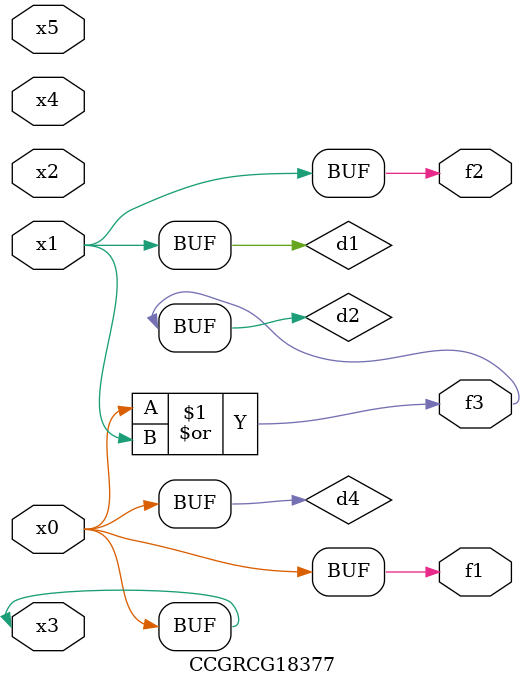
<source format=v>
module CCGRCG18377(
	input x0, x1, x2, x3, x4, x5,
	output f1, f2, f3
);

	wire d1, d2, d3, d4;

	and (d1, x1);
	or (d2, x0, x1);
	nand (d3, x0, x5);
	buf (d4, x0, x3);
	assign f1 = d4;
	assign f2 = d1;
	assign f3 = d2;
endmodule

</source>
